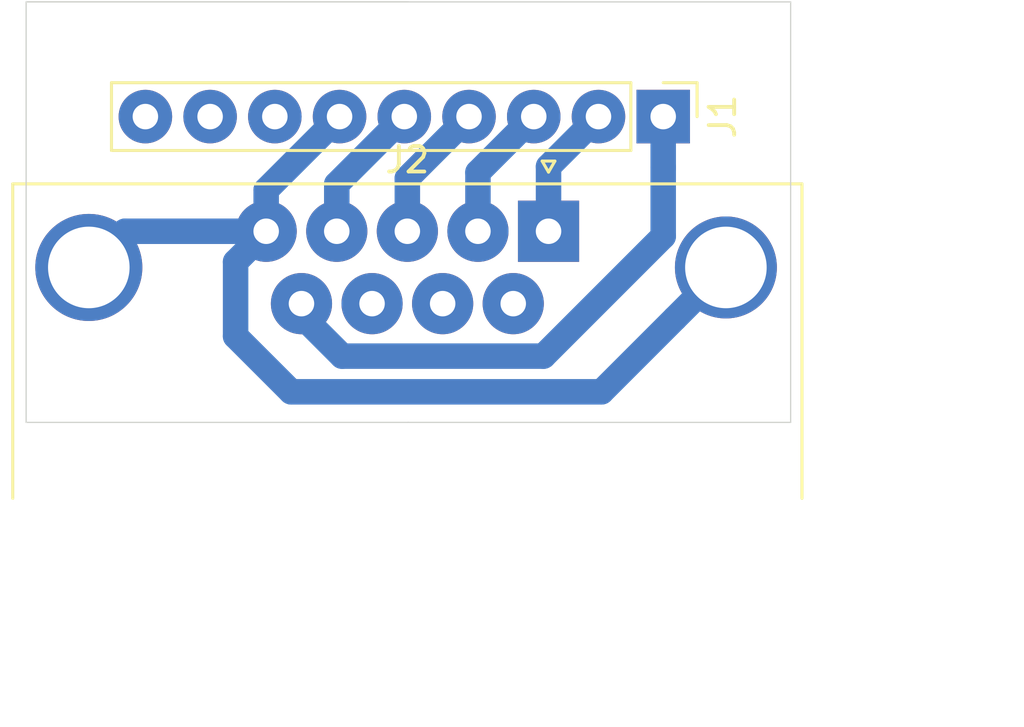
<source format=kicad_pcb>
(kicad_pcb (version 20171130) (host pcbnew "(5.1.4)-1")

  (general
    (thickness 1.6)
    (drawings 14)
    (tracks 24)
    (zones 0)
    (modules 2)
    (nets 13)
  )

  (page User 210.007 148.488)
  (layers
    (0 F.Cu signal)
    (31 B.Cu signal)
    (32 B.Adhes user)
    (33 F.Adhes user)
    (34 B.Paste user)
    (35 F.Paste user)
    (36 B.SilkS user)
    (37 F.SilkS user)
    (38 B.Mask user)
    (39 F.Mask user)
    (40 Dwgs.User user)
    (41 Cmts.User user)
    (42 Eco1.User user)
    (43 Eco2.User user)
    (44 Edge.Cuts user)
    (45 Margin user)
    (46 B.CrtYd user)
    (47 F.CrtYd user)
    (48 B.Fab user)
    (49 F.Fab user)
  )

  (setup
    (last_trace_width 1)
    (user_trace_width 0.7)
    (user_trace_width 1)
    (trace_clearance 0.2)
    (zone_clearance 0.508)
    (zone_45_only no)
    (trace_min 0.2)
    (via_size 0.8)
    (via_drill 0.4)
    (via_min_size 0.4)
    (via_min_drill 0.3)
    (uvia_size 0.3)
    (uvia_drill 0.1)
    (uvias_allowed no)
    (uvia_min_size 0.2)
    (uvia_min_drill 0.1)
    (edge_width 0.05)
    (segment_width 0.2)
    (pcb_text_width 0.3)
    (pcb_text_size 1.5 1.5)
    (mod_edge_width 0.12)
    (mod_text_size 1 1)
    (mod_text_width 0.15)
    (pad_size 2 2)
    (pad_drill 1)
    (pad_to_mask_clearance 0.051)
    (solder_mask_min_width 0.25)
    (aux_axis_origin 0 0)
    (visible_elements 7FFFFFFF)
    (pcbplotparams
      (layerselection 0x010fc_ffffffff)
      (usegerberextensions false)
      (usegerberattributes false)
      (usegerberadvancedattributes false)
      (creategerberjobfile false)
      (excludeedgelayer true)
      (linewidth 0.100000)
      (plotframeref false)
      (viasonmask false)
      (mode 1)
      (useauxorigin false)
      (hpglpennumber 1)
      (hpglpenspeed 20)
      (hpglpendiameter 15.000000)
      (psnegative false)
      (psa4output false)
      (plotreference true)
      (plotvalue true)
      (plotinvisibletext false)
      (padsonsilk false)
      (subtractmaskfromsilk false)
      (outputformat 1)
      (mirror false)
      (drillshape 1)
      (scaleselection 1)
      (outputdirectory ""))
  )

  (net 0 "")
  (net 1 "Net-(J1-Pad7)")
  (net 2 "Net-(J1-Pad8)")
  (net 3 "Net-(J1-Pad9)")
  (net 4 "Net-(J2-Pad6)")
  (net 5 "Net-(J2-Pad7)")
  (net 6 "Net-(J2-Pad8)")
  (net 7 /fan_1)
  (net 8 /term_pelt_1)
  (net 9 /term_pelt_2)
  (net 10 /term_disip_1)
  (net 11 /term_disip_2)
  (net 12 /fan_2)

  (net_class Default "Esta es la clase de red por defecto."
    (clearance 0.2)
    (trace_width 0.25)
    (via_dia 0.8)
    (via_drill 0.4)
    (uvia_dia 0.3)
    (uvia_drill 0.1)
    (add_net /fan_1)
    (add_net /fan_2)
    (add_net /term_disip_1)
    (add_net /term_disip_2)
    (add_net /term_pelt_1)
    (add_net /term_pelt_2)
    (add_net "Net-(J1-Pad7)")
    (add_net "Net-(J1-Pad8)")
    (add_net "Net-(J1-Pad9)")
    (add_net "Net-(J2-Pad6)")
    (add_net "Net-(J2-Pad7)")
    (add_net "Net-(J2-Pad8)")
  )

  (module Connector_PinHeader_2.54mm:PinHeader_1x09_P2.54mm_Vertical (layer F.Cu) (tedit 5DE66B94) (tstamp 5DE6A41D)
    (at 40 19.5 270)
    (descr "Through hole straight pin header, 1x09, 2.54mm pitch, single row")
    (tags "Through hole pin header THT 1x09 2.54mm single row")
    (path /5DE6694D)
    (fp_text reference J1 (at 0 -2.33 90) (layer F.SilkS)
      (effects (font (size 1 1) (thickness 0.15)))
    )
    (fp_text value Conn_01x09 (at -2.5 10) (layer F.Fab)
      (effects (font (size 1 1) (thickness 0.15)))
    )
    (fp_line (start -0.635 -1.27) (end 1.27 -1.27) (layer F.Fab) (width 0.1))
    (fp_line (start 1.27 -1.27) (end 1.27 21.59) (layer F.Fab) (width 0.1))
    (fp_line (start 1.27 21.59) (end -1.27 21.59) (layer F.Fab) (width 0.1))
    (fp_line (start -1.27 21.59) (end -1.27 -0.635) (layer F.Fab) (width 0.1))
    (fp_line (start -1.27 -0.635) (end -0.635 -1.27) (layer F.Fab) (width 0.1))
    (fp_line (start -1.33 21.65) (end 1.33 21.65) (layer F.SilkS) (width 0.12))
    (fp_line (start -1.33 1.27) (end -1.33 21.65) (layer F.SilkS) (width 0.12))
    (fp_line (start 1.33 1.27) (end 1.33 21.65) (layer F.SilkS) (width 0.12))
    (fp_line (start -1.33 1.27) (end 1.33 1.27) (layer F.SilkS) (width 0.12))
    (fp_line (start -1.33 0) (end -1.33 -1.33) (layer F.SilkS) (width 0.12))
    (fp_line (start -1.33 -1.33) (end 0 -1.33) (layer F.SilkS) (width 0.12))
    (fp_line (start -1.8 -1.8) (end -1.8 22.1) (layer F.CrtYd) (width 0.05))
    (fp_line (start -1.8 22.1) (end 1.8 22.1) (layer F.CrtYd) (width 0.05))
    (fp_line (start 1.8 22.1) (end 1.8 -1.8) (layer F.CrtYd) (width 0.05))
    (fp_line (start 1.8 -1.8) (end -1.8 -1.8) (layer F.CrtYd) (width 0.05))
    (fp_text user %R (at 0 10.16) (layer F.Fab)
      (effects (font (size 1 1) (thickness 0.15)))
    )
    (pad 1 thru_hole rect (at 0 0 270) (size 2.1 2.1) (drill 1) (layers *.Cu *.Mask)
      (net 7 /fan_1))
    (pad 2 thru_hole circle (at 0 2.54 270) (size 2.1 2.1) (drill 1) (layers *.Cu *.Mask)
      (net 8 /term_pelt_1))
    (pad 3 thru_hole circle (at 0 5.08 270) (size 2.1 2.1) (drill 1) (layers *.Cu *.Mask)
      (net 9 /term_pelt_2))
    (pad 4 thru_hole circle (at 0 7.62 270) (size 2.1 2.1) (drill 1) (layers *.Cu *.Mask)
      (net 10 /term_disip_1))
    (pad 5 thru_hole circle (at 0 10.16 270) (size 2.1 2.1) (drill 1) (layers *.Cu *.Mask)
      (net 11 /term_disip_2))
    (pad 6 thru_hole circle (at 0 12.7 270) (size 2.1 2.1) (drill 1) (layers *.Cu *.Mask)
      (net 12 /fan_2))
    (pad 7 thru_hole circle (at 0 15.24 270) (size 2.1 2.1) (drill 1) (layers *.Cu *.Mask)
      (net 1 "Net-(J1-Pad7)"))
    (pad 8 thru_hole circle (at 0 17.78 270) (size 2.1 2.1) (drill 1) (layers *.Cu *.Mask)
      (net 2 "Net-(J1-Pad8)"))
    (pad 9 thru_hole circle (at 0 20.32 270) (size 2.1 2.1) (drill 1) (layers *.Cu *.Mask)
      (net 3 "Net-(J1-Pad9)"))
    (model ${KISYS3DMOD}/Connector_PinHeader_2.54mm.3dshapes/PinHeader_1x09_P2.54mm_Vertical.wrl
      (at (xyz 0 0 0))
      (scale (xyz 1 1 1))
      (rotate (xyz 0 0 0))
    )
  )

  (module Connector_Dsub:DSUB-9_Female_Horizontal_P2.77x2.84mm_EdgePinOffset7.70mm_Housed_MountingHolesOffset9.12mm (layer F.Cu) (tedit 5DE66AD7) (tstamp 5DE6AD13)
    (at 35.5 24)
    (descr "9-pin D-Sub connector, horizontal/angled (90 deg), THT-mount, female, pitch 2.77x2.84mm, pin-PCB-offset 7.699999999999999mm, distance of mounting holes 25mm, distance of mounting holes to PCB edge 9.12mm, see https://disti-assets.s3.amazonaws.com/tonar/files/datasheets/16730.pdf")
    (tags "9-pin D-Sub connector horizontal angled 90deg THT female pitch 2.77x2.84mm pin-PCB-offset 7.699999999999999mm mounting-holes-distance 25mm mounting-hole-offset 25mm")
    (path /5DE64D24)
    (fp_text reference J2 (at -5.54 -2.8) (layer F.SilkS)
      (effects (font (size 1 1) (thickness 0.15)))
    )
    (fp_text value DB9_Female_MountingHoles (at -5.54 18.61) (layer F.Fab)
      (effects (font (size 1 1) (thickness 0.15)))
    )
    (fp_arc (start -18.04 1.42) (end -19.64 1.42) (angle 180) (layer F.Fab) (width 0.1))
    (fp_arc (start 6.96 1.42) (end 5.36 1.42) (angle 180) (layer F.Fab) (width 0.1))
    (fp_line (start -20.965 -1.8) (end -20.965 10.54) (layer F.Fab) (width 0.1))
    (fp_line (start -20.965 10.54) (end 9.885 10.54) (layer F.Fab) (width 0.1))
    (fp_line (start 9.885 10.54) (end 9.885 -1.8) (layer F.Fab) (width 0.1))
    (fp_line (start 9.885 -1.8) (end -20.965 -1.8) (layer F.Fab) (width 0.1))
    (fp_line (start -20.965 10.54) (end -20.965 10.94) (layer F.Fab) (width 0.1))
    (fp_line (start -20.965 10.94) (end 9.885 10.94) (layer F.Fab) (width 0.1))
    (fp_line (start 9.885 10.94) (end 9.885 10.54) (layer F.Fab) (width 0.1))
    (fp_line (start 9.885 10.54) (end -20.965 10.54) (layer F.Fab) (width 0.1))
    (fp_line (start -13.69 10.94) (end -13.69 17.11) (layer F.Fab) (width 0.1))
    (fp_line (start -13.69 17.11) (end 2.61 17.11) (layer F.Fab) (width 0.1))
    (fp_line (start 2.61 17.11) (end 2.61 10.94) (layer F.Fab) (width 0.1))
    (fp_line (start 2.61 10.94) (end -13.69 10.94) (layer F.Fab) (width 0.1))
    (fp_line (start -20.54 10.94) (end -20.54 15.94) (layer F.Fab) (width 0.1))
    (fp_line (start -20.54 15.94) (end -15.54 15.94) (layer F.Fab) (width 0.1))
    (fp_line (start -15.54 15.94) (end -15.54 10.94) (layer F.Fab) (width 0.1))
    (fp_line (start -15.54 10.94) (end -20.54 10.94) (layer F.Fab) (width 0.1))
    (fp_line (start 4.46 10.94) (end 4.46 15.94) (layer F.Fab) (width 0.1))
    (fp_line (start 4.46 15.94) (end 9.46 15.94) (layer F.Fab) (width 0.1))
    (fp_line (start 9.46 15.94) (end 9.46 10.94) (layer F.Fab) (width 0.1))
    (fp_line (start 9.46 10.94) (end 4.46 10.94) (layer F.Fab) (width 0.1))
    (fp_line (start -19.64 10.54) (end -19.64 1.42) (layer F.Fab) (width 0.1))
    (fp_line (start -16.44 10.54) (end -16.44 1.42) (layer F.Fab) (width 0.1))
    (fp_line (start 5.36 10.54) (end 5.36 1.42) (layer F.Fab) (width 0.1))
    (fp_line (start 8.56 10.54) (end 8.56 1.42) (layer F.Fab) (width 0.1))
    (fp_line (start -21.025 10.48) (end -21.025 -1.86) (layer F.SilkS) (width 0.12))
    (fp_line (start -21.025 -1.86) (end 9.945 -1.86) (layer F.SilkS) (width 0.12))
    (fp_line (start 9.945 -1.86) (end 9.945 10.48) (layer F.SilkS) (width 0.12))
    (fp_line (start -0.25 -2.754338) (end 0.25 -2.754338) (layer F.SilkS) (width 0.12))
    (fp_line (start 0.25 -2.754338) (end 0 -2.321325) (layer F.SilkS) (width 0.12))
    (fp_line (start 0 -2.321325) (end -0.25 -2.754338) (layer F.SilkS) (width 0.12))
    (fp_line (start -21.5 -2.35) (end -21.5 17.65) (layer F.CrtYd) (width 0.05))
    (fp_line (start -21.5 17.65) (end 10.4 17.65) (layer F.CrtYd) (width 0.05))
    (fp_line (start 10.4 17.65) (end 10.4 -2.35) (layer F.CrtYd) (width 0.05))
    (fp_line (start 10.4 -2.35) (end -21.5 -2.35) (layer F.CrtYd) (width 0.05))
    (fp_text user %R (at -5.54 14.025) (layer F.Fab)
      (effects (font (size 1 1) (thickness 0.15)))
    )
    (pad 1 thru_hole rect (at 0 0) (size 2.4 2.4) (drill 1) (layers *.Cu *.Mask)
      (net 8 /term_pelt_1))
    (pad 2 thru_hole circle (at -2.77 0) (size 2.4 2.4) (drill 1) (layers *.Cu *.Mask)
      (net 9 /term_pelt_2))
    (pad 3 thru_hole circle (at -5.54 0) (size 2.4 2.4) (drill 1) (layers *.Cu *.Mask)
      (net 10 /term_disip_1))
    (pad 4 thru_hole circle (at -8.31 0) (size 2.4 2.4) (drill 1) (layers *.Cu *.Mask)
      (net 11 /term_disip_2))
    (pad 5 thru_hole circle (at -11.08 0) (size 2.4 2.4) (drill 1) (layers *.Cu *.Mask)
      (net 12 /fan_2))
    (pad 6 thru_hole circle (at -1.385 2.84) (size 2.4 2.4) (drill 1) (layers *.Cu *.Mask)
      (net 4 "Net-(J2-Pad6)"))
    (pad 7 thru_hole circle (at -4.155 2.84) (size 2.4 2.4) (drill 1) (layers *.Cu *.Mask)
      (net 5 "Net-(J2-Pad7)"))
    (pad 8 thru_hole circle (at -6.925 2.84) (size 2.4 2.4) (drill 1) (layers *.Cu *.Mask)
      (net 6 "Net-(J2-Pad8)"))
    (pad 9 thru_hole circle (at -9.695 2.84) (size 2.4 2.4) (drill 1) (layers *.Cu *.Mask)
      (net 7 /fan_1))
    (pad 0 thru_hole circle (at -18.04 1.42) (size 4.2 4.2) (drill 3.2) (layers *.Cu *.Mask)
      (net 12 /fan_2))
    (pad 0 thru_hole circle (at 6.96 1.42) (size 4 4) (drill 3.2) (layers *.Cu *.Mask)
      (net 12 /fan_2))
    (model ${KISYS3DMOD}/Connector_Dsub.3dshapes/DSUB-9_Female_Horizontal_P2.77x2.84mm_EdgePinOffset7.70mm_Housed_MountingHolesOffset9.12mm.wrl
      (at (xyz 0 0 0))
      (scale (xyz 1 1 1))
      (rotate (xyz 0 0 0))
    )
  )

  (gr_line (start 16.5 30) (end 16.5 30.5) (layer Margin) (width 0.15) (tstamp 5DE6ADC4))
  (gr_line (start 43.5 30) (end 43.5 30.5) (layer Margin) (width 0.15) (tstamp 5DE6ADC3))
  (gr_line (start 16.5 30) (end 16.5 16.5) (layer Margin) (width 0.15) (tstamp 5DE6A68E))
  (gr_line (start 43.5 30.5) (end 16.5 30.5) (layer Margin) (width 0.15) (tstamp 5DE6ADBF))
  (gr_line (start 43.5 16.5) (end 43.5 30) (layer Margin) (width 0.15))
  (gr_line (start 16.5 16.5) (end 43.5 16.5) (layer Margin) (width 0.15))
  (dimension 16.5 (width 0.15) (layer Cmts.User)
    (gr_text "16,500 mm" (at 50.3 23.25 90) (layer Cmts.User)
      (effects (font (size 1 1) (thickness 0.15)))
    )
    (feature1 (pts (xy 48 15) (xy 49.586421 15)))
    (feature2 (pts (xy 48 31.5) (xy 49.586421 31.5)))
    (crossbar (pts (xy 49 31.5) (xy 49 15)))
    (arrow1a (pts (xy 49 15) (xy 49.586421 16.126504)))
    (arrow1b (pts (xy 49 15) (xy 48.413579 16.126504)))
    (arrow2a (pts (xy 49 31.5) (xy 49.586421 30.373496)))
    (arrow2b (pts (xy 49 31.5) (xy 48.413579 30.373496)))
  )
  (dimension 19.5 (width 0.15) (layer Cmts.User)
    (gr_text "19,500 mm" (at 52.8 24.75 90) (layer Cmts.User)
      (effects (font (size 1 1) (thickness 0.15)))
    )
    (feature1 (pts (xy 48 15) (xy 52.086421 15)))
    (feature2 (pts (xy 48 34.5) (xy 52.086421 34.5)))
    (crossbar (pts (xy 51.5 34.5) (xy 51.5 15)))
    (arrow1a (pts (xy 51.5 15) (xy 52.086421 16.126504)))
    (arrow1b (pts (xy 51.5 15) (xy 50.913579 16.126504)))
    (arrow2a (pts (xy 51.5 34.5) (xy 52.086421 33.373496)))
    (arrow2b (pts (xy 51.5 34.5) (xy 50.913579 33.373496)))
  )
  (gr_line (start 30 31.5) (end 15 31.5) (layer Edge.Cuts) (width 0.05) (tstamp 5DE6A362))
  (gr_line (start 45 31.5) (end 30 31.5) (layer Edge.Cuts) (width 0.05) (tstamp 5DE6A34A))
  (gr_line (start 45 15) (end 45 31.5) (layer Edge.Cuts) (width 0.05))
  (gr_line (start 15 15) (end 45 15) (layer Edge.Cuts) (width 0.05))
  (gr_line (start 15 31.5) (end 15 15) (layer Edge.Cuts) (width 0.05) (tstamp 5DE6A349))
  (gr_line (start 15 15) (end 30 15) (layer Edge.Cuts) (width 0.05))

  (segment (start 40 21.5) (end 40 19.5) (width 1) (layer B.Cu) (net 7))
  (segment (start 40 24.2) (end 40 21.5) (width 1) (layer B.Cu) (net 7))
  (segment (start 35.3 28.9) (end 40 24.2) (width 1) (layer B.Cu) (net 7))
  (segment (start 27.4 28.9) (end 35.3 28.9) (width 1) (layer B.Cu) (net 7))
  (segment (start 25.805 26.84) (end 25.805 27.305) (width 1) (layer B.Cu) (net 7))
  (segment (start 25.805 27.305) (end 27.4 28.9) (width 1) (layer B.Cu) (net 7))
  (segment (start 35.5 21.46) (end 37.46 19.5) (width 1) (layer B.Cu) (net 8))
  (segment (start 35.5 24) (end 35.5 21.46) (width 1) (layer B.Cu) (net 8))
  (segment (start 32.73 21.69) (end 34.92 19.5) (width 1) (layer B.Cu) (net 9))
  (segment (start 32.73 24) (end 32.73 21.69) (width 1) (layer B.Cu) (net 9))
  (segment (start 29.96 21.92) (end 32.38 19.5) (width 1) (layer B.Cu) (net 10))
  (segment (start 29.96 24) (end 29.96 21.92) (width 1) (layer B.Cu) (net 10))
  (segment (start 27.19 22.15) (end 29.84 19.5) (width 1) (layer B.Cu) (net 11))
  (segment (start 27.19 24) (end 27.19 22.15) (width 1) (layer B.Cu) (net 11))
  (segment (start 24.42 22.38) (end 27.3 19.5) (width 1) (layer B.Cu) (net 12))
  (segment (start 24.42 24) (end 24.42 22.38) (width 1) (layer B.Cu) (net 12))
  (segment (start 18.88 24) (end 17.46 25.42) (width 1) (layer B.Cu) (net 12))
  (segment (start 24.42 24) (end 18.88 24) (width 1) (layer B.Cu) (net 12))
  (segment (start 40.460001 27.419999) (end 42.46 25.42) (width 1) (layer B.Cu) (net 12))
  (segment (start 37.58 30.3) (end 40.460001 27.419999) (width 1) (layer B.Cu) (net 12))
  (segment (start 25.4 30.3) (end 37.58 30.3) (width 1) (layer B.Cu) (net 12))
  (segment (start 23.220001 28.120001) (end 25.4 30.3) (width 1) (layer B.Cu) (net 12))
  (segment (start 24.42 24) (end 23.220001 25.199999) (width 1) (layer B.Cu) (net 12))
  (segment (start 23.220001 25.199999) (end 23.220001 28.120001) (width 1) (layer B.Cu) (net 12))

)

</source>
